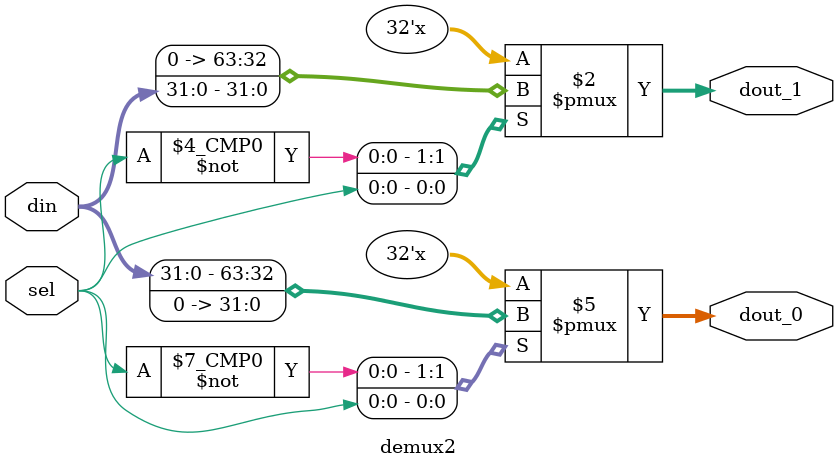
<source format=v>
`timescale 1ns / 1ps


module demux2(
    sel, din, dout_0, dout_1
    );
parameter data_size = 32;

input sel;
input [data_size-1:0] din;
output reg [data_size-1:0] dout_0, dout_1;

wire sel;
wire [data_size-1:0] din;


always @ (sel or din)
begin
    case(sel)
    1'b0: 
    begin
        dout_0 = din;
        dout_1 = {data_size{1'b0}};
    end
    1'b1: 
    begin
        dout_1 = din;
        dout_0 = {data_size{1'b0}};
    end
    default:
    begin
        dout_0 = {data_size{1'b0}};
        dout_1 = {data_size{1'b0}};        
    end
    endcase
end

endmodule

</source>
